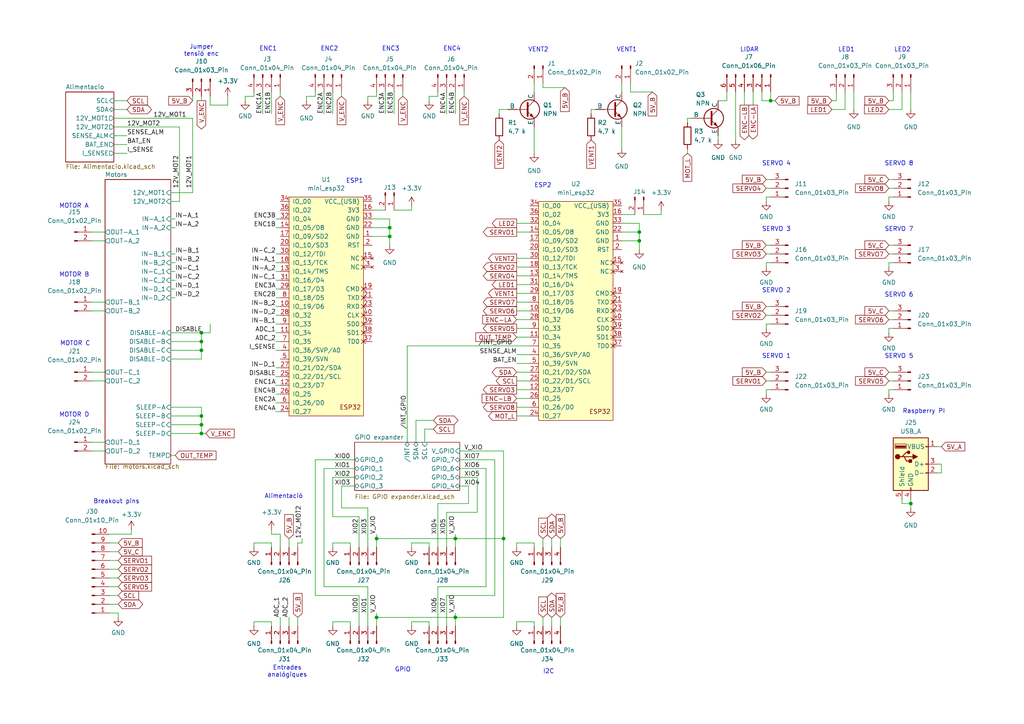
<source format=kicad_sch>
(kicad_sch (version 20231120) (generator "eeschema") (generator_version "8.0")
  (paper "A4")
  (junction (at 113.03 66.04))
  (junction (at 58.42 99.06))
  (junction (at 132.08 156.21))
  (junction (at 58.42 120.65))
  (junction (at 58.42 96.52))
  (junction (at 132.08 179.07))
  (junction (at 223.52 29.21))
  (junction (at 58.42 125.73))
  (junction (at 185.42 67.31))
  (junction (at 58.42 123.19))
  (junction (at 58.42 101.6))
  (junction (at 113.03 68.58))
  (junction (at 264.16 146.05))
  (junction (at 109.22 179.07))
  (junction (at 185.42 69.85))
  (junction (at 146.05 156.21))
  (junction (at 109.22 156.21))
  (wire (pts (xy 49.53 78.74) (xy 50.8 78.74)))
  (wire (pts (xy 180.34 64.77) (xy 185.42 64.77)))
  (wire (pts (xy 49.53 99.06) (xy 58.42 99.06)))
  (wire (pts (xy 257.81 90.17) (xy 259.08 90.17)))
  (wire (pts (xy 149.86 115.57) (xy 153.67 115.57)))
  (wire (pts (xy 215.9 26.67) (xy 215.9 30.48)))
  (wire (pts (xy 80.01 99.06) (xy 81.28 99.06)))
  (wire (pts (xy 149.86 64.77) (xy 153.67 64.77)))
  (wire (pts (xy 58.42 118.11) (xy 49.53 118.11)))
  (wire (pts (xy 149.86 97.79) (xy 153.67 97.79)))
  (wire (pts (xy 259.08 113.03) (xy 257.81 113.03)))
  (wire (pts (xy 113.03 68.58) (xy 107.95 68.58)))
  (wire (pts (xy 132.08 26.67) (xy 132.08 33.02)))
  (wire (pts (xy 58.42 125.73) (xy 58.42 123.19)))
  (wire (pts (xy 222.25 54.61) (xy 223.52 54.61)))
  (wire (pts (xy 127 170.18) (xy 127 181.61)))
  (wire (pts (xy 222.25 76.2) (xy 222.25 77.47)))
  (wire (pts (xy 171.45 31.75) (xy 171.45 33.02)))
  (wire (pts (xy 101.6 180.34) (xy 101.6 181.61)))
  (wire (pts (xy 80.01 106.68) (xy 81.28 106.68)))
  (wire (pts (xy 116.84 26.67) (xy 116.84 27.94)))
  (wire (pts (xy 191.77 60.96) (xy 191.77 62.23)))
  (wire (pts (xy 26.67 69.85) (xy 30.48 69.85)))
  (wire (pts (xy 119.38 59.69) (xy 119.38 60.96)))
  (wire (pts (xy 162.56 156.21) (xy 162.56 158.75)))
  (wire (pts (xy 109.22 27.94) (xy 109.22 26.67)))
  (wire (pts (xy 78.74 154.94) (xy 78.74 153.67)))
  (wire (pts (xy 124.46 180.34) (xy 124.46 181.61)))
  (wire (pts (xy 127 146.05) (xy 127 158.75)))
  (wire (pts (xy 26.67 87.63) (xy 30.48 87.63)))
  (wire (pts (xy 93.98 26.67) (xy 93.98 33.02)))
  (wire (pts (xy 34.29 177.8) (xy 34.29 179.07)))
  (wire (pts (xy 55.88 34.29) (xy 55.88 55.88)))
  (wire (pts (xy 125.73 124.46) (xy 123.19 124.46)))
  (wire (pts (xy 154.94 24.13) (xy 154.94 26.67)))
  (wire (pts (xy 261.62 144.78) (xy 261.62 146.05)))
  (wire (pts (xy 93.98 170.18) (xy 106.68 170.18)))
  (wire (pts (xy 157.48 181.61) (xy 157.48 179.07)))
  (wire (pts (xy 96.52 158.75) (xy 96.52 157.48)))
  (wire (pts (xy 80.01 109.22) (xy 81.28 109.22)))
  (wire (pts (xy 80.01 66.04) (xy 81.28 66.04)))
  (wire (pts (xy 107.95 63.5) (xy 113.03 63.5)))
  (wire (pts (xy 119.38 158.75) (xy 119.38 157.48)))
  (wire (pts (xy 91.44 172.72) (xy 104.14 172.72)))
  (wire (pts (xy 149.86 158.75) (xy 149.86 157.48)))
  (wire (pts (xy 261.62 26.67) (xy 261.62 31.75)))
  (wire (pts (xy 26.67 107.95) (xy 30.48 107.95)))
  (wire (pts (xy 222.25 107.95) (xy 223.52 107.95)))
  (wire (pts (xy 185.42 72.39) (xy 185.42 69.85)))
  (wire (pts (xy 55.88 55.88) (xy 49.53 55.88)))
  (wire (pts (xy 127 170.18) (xy 140.97 170.18)))
  (wire (pts (xy 220.98 29.21) (xy 223.52 29.21)))
  (wire (pts (xy 71.12 27.94) (xy 71.12 29.21)))
  (wire (pts (xy 208.28 40.64) (xy 208.28 39.37)))
  (wire (pts (xy 118.11 100.33) (xy 153.67 100.33)))
  (wire (pts (xy 154.94 36.83) (xy 154.94 44.45)))
  (wire (pts (xy 60.96 30.48) (xy 60.96 27.94)))
  (wire (pts (xy 49.53 76.2) (xy 50.8 76.2)))
  (wire (pts (xy 160.02 158.75) (xy 160.02 156.21)))
  (wire (pts (xy 80.01 116.84) (xy 81.28 116.84)))
  (wire (pts (xy 109.22 156.21) (xy 132.08 156.21)))
  (wire (pts (xy 124.46 27.94) (xy 127 27.94)))
  (wire (pts (xy 33.02 31.75) (xy 36.83 31.75)))
  (wire (pts (xy 222.25 113.03) (xy 222.25 114.3)))
  (wire (pts (xy 149.86 77.47) (xy 153.67 77.47)))
  (wire (pts (xy 133.35 130.81) (xy 146.05 130.81)))
  (wire (pts (xy 154.94 180.34) (xy 154.94 181.61)))
  (wire (pts (xy 34.29 165.1) (xy 31.75 165.1)))
  (wire (pts (xy 134.62 26.67) (xy 134.62 27.94)))
  (wire (pts (xy 123.19 124.46) (xy 123.19 128.27)))
  (wire (pts (xy 218.44 26.67) (xy 218.44 30.48)))
  (wire (pts (xy 132.08 179.07) (xy 132.08 181.61)))
  (wire (pts (xy 109.22 179.07) (xy 109.22 181.61)))
  (wire (pts (xy 222.25 52.07) (xy 223.52 52.07)))
  (wire (pts (xy 257.81 57.15) (xy 257.81 58.42)))
  (wire (pts (xy 259.08 95.25) (xy 257.81 95.25)))
  (wire (pts (xy 264.16 146.05) (xy 264.16 147.32)))
  (wire (pts (xy 26.67 110.49) (xy 30.48 110.49)))
  (wire (pts (xy 34.29 175.26) (xy 31.75 175.26)))
  (wire (pts (xy 129.54 172.72) (xy 129.54 181.61)))
  (wire (pts (xy 261.62 31.75) (xy 257.81 31.75)))
  (wire (pts (xy 199.39 34.29) (xy 199.39 35.56)))
  (wire (pts (xy 222.25 91.44) (xy 223.52 91.44)))
  (wire (pts (xy 132.08 177.8) (xy 132.08 179.07)))
  (wire (pts (xy 104.14 149.86) (xy 104.14 158.75)))
  (wire (pts (xy 118.11 100.33) (xy 118.11 128.27)))
  (wire (pts (xy 125.73 121.92) (xy 120.65 121.92)))
  (wire (pts (xy 133.35 140.97) (xy 135.89 140.97)))
  (wire (pts (xy 119.38 181.61) (xy 119.38 180.34)))
  (wire (pts (xy 99.06 26.67) (xy 99.06 27.94)))
  (wire (pts (xy 114.3 60.96) (xy 119.38 60.96)))
  (wire (pts (xy 154.94 157.48) (xy 154.94 158.75)))
  (wire (pts (xy 49.53 101.6) (xy 58.42 101.6)))
  (wire (pts (xy 33.02 36.83) (xy 52.07 36.83)))
  (wire (pts (xy 257.81 71.12) (xy 259.08 71.12)))
  (wire (pts (xy 149.86 80.01) (xy 153.67 80.01)))
  (wire (pts (xy 222.25 73.66) (xy 223.52 73.66)))
  (wire (pts (xy 247.65 31.75) (xy 247.65 26.67)))
  (wire (pts (xy 257.81 29.21) (xy 259.08 29.21)))
  (wire (pts (xy 49.53 120.65) (xy 58.42 120.65)))
  (wire (pts (xy 261.62 146.05) (xy 264.16 146.05)))
  (wire (pts (xy 185.42 69.85) (xy 180.34 69.85)))
  (wire (pts (xy 149.86 113.03) (xy 153.67 113.03)))
  (wire (pts (xy 259.08 57.15) (xy 257.81 57.15)))
  (wire (pts (xy 58.42 118.11) (xy 58.42 120.65)))
  (wire (pts (xy 257.81 107.95) (xy 259.08 107.95)))
  (wire (pts (xy 106.68 27.94) (xy 109.22 27.94)))
  (wire (pts (xy 96.52 149.86) (xy 104.14 149.86)))
  (wire (pts (xy 157.48 158.75) (xy 157.48 156.21)))
  (wire (pts (xy 132.08 156.21) (xy 132.08 158.75)))
  (wire (pts (xy 199.39 43.18) (xy 199.39 44.45)))
  (wire (pts (xy 259.08 76.2) (xy 257.81 76.2)))
  (wire (pts (xy 223.52 93.98) (xy 222.25 93.98)))
  (wire (pts (xy 180.34 67.31) (xy 185.42 67.31)))
  (wire (pts (xy 78.74 157.48) (xy 78.74 158.75)))
  (wire (pts (xy 33.02 41.91) (xy 36.83 41.91)))
  (wire (pts (xy 52.07 58.42) (xy 49.53 58.42)))
  (wire (pts (xy 146.05 179.07) (xy 146.05 156.21)))
  (wire (pts (xy 149.86 74.93) (xy 153.67 74.93)))
  (wire (pts (xy 182.88 26.67) (xy 182.88 24.13)))
  (wire (pts (xy 104.14 172.72) (xy 104.14 181.61)))
  (wire (pts (xy 96.52 180.34) (xy 101.6 180.34)))
  (wire (pts (xy 49.53 66.04) (xy 50.8 66.04)))
  (wire (pts (xy 120.65 121.92) (xy 120.65 128.27)))
  (wire (pts (xy 113.03 71.12) (xy 113.03 68.58)))
  (wire (pts (xy 210.82 29.21) (xy 208.28 29.21)))
  (wire (pts (xy 264.16 31.75) (xy 264.16 26.67)))
  (wire (pts (xy 91.44 27.94) (xy 91.44 26.67)))
  (wire (pts (xy 33.02 44.45) (xy 36.83 44.45)))
  (wire (pts (xy 124.46 157.48) (xy 124.46 158.75)))
  (wire (pts (xy 129.54 26.67) (xy 129.54 33.02)))
  (wire (pts (xy 80.01 63.5) (xy 81.28 63.5)))
  (wire (pts (xy 26.67 128.27) (xy 30.48 128.27)))
  (wire (pts (xy 49.53 73.66) (xy 50.8 73.66)))
  (wire (pts (xy 242.57 26.67) (xy 242.57 29.21)))
  (wire (pts (xy 223.52 76.2) (xy 222.25 76.2)))
  (wire (pts (xy 33.02 29.21) (xy 36.83 29.21)))
  (wire (pts (xy 180.34 36.83) (xy 180.34 43.18)))
  (wire (pts (xy 264.16 144.78) (xy 264.16 146.05)))
  (wire (pts (xy 88.9 27.94) (xy 91.44 27.94)))
  (wire (pts (xy 113.03 63.5) (xy 113.03 66.04)))
  (wire (pts (xy 102.87 138.43) (xy 96.52 138.43)))
  (wire (pts (xy 81.28 154.94) (xy 81.28 158.75)))
  (wire (pts (xy 222.25 110.49) (xy 223.52 110.49)))
  (wire (pts (xy 78.74 180.34) (xy 78.74 181.61)))
  (wire (pts (xy 223.52 57.15) (xy 222.25 57.15)))
  (wire (pts (xy 80.01 114.3) (xy 81.28 114.3)))
  (wire (pts (xy 106.68 27.94) (xy 106.68 29.21)))
  (wire (pts (xy 149.86 95.25) (xy 153.67 95.25)))
  (wire (pts (xy 80.01 93.98) (xy 81.28 93.98)))
  (wire (pts (xy 129.54 148.59) (xy 138.43 148.59)))
  (wire (pts (xy 34.29 157.48) (xy 31.75 157.48)))
  (wire (pts (xy 185.42 67.31) (xy 185.42 69.85)))
  (wire (pts (xy 149.86 90.17) (xy 153.67 90.17)))
  (wire (pts (xy 109.22 177.8) (xy 109.22 179.07)))
  (wire (pts (xy 83.82 156.21) (xy 83.82 158.75)))
  (wire (pts (xy 80.01 91.44) (xy 81.28 91.44)))
  (wire (pts (xy 34.29 160.02) (xy 31.75 160.02)))
  (wire (pts (xy 96.52 26.67) (xy 96.52 33.02)))
  (wire (pts (xy 273.05 134.62) (xy 273.05 137.16)))
  (wire (pts (xy 83.82 181.61) (xy 83.82 179.07)))
  (wire (pts (xy 49.53 96.52) (xy 58.42 96.52)))
  (wire (pts (xy 96.52 157.48) (xy 101.6 157.48)))
  (wire (pts (xy 80.01 83.82) (xy 81.28 83.82)))
  (wire (pts (xy 49.53 81.28) (xy 50.8 81.28)))
  (wire (pts (xy 185.42 64.77) (xy 185.42 67.31)))
  (wire (pts (xy 149.86 110.49) (xy 153.67 110.49)))
  (wire (pts (xy 55.88 29.21) (xy 55.88 27.94)))
  (wire (pts (xy 149.86 102.87) (xy 153.67 102.87)))
  (wire (pts (xy 80.01 73.66) (xy 81.28 73.66)))
  (wire (pts (xy 172.72 31.75) (xy 171.45 31.75)))
  (wire (pts (xy 26.67 130.81) (xy 30.48 130.81)))
  (wire (pts (xy 220.98 26.67) (xy 220.98 29.21)))
  (wire (pts (xy 271.78 134.62) (xy 273.05 134.62)))
  (wire (pts (xy 81.28 181.61) (xy 81.28 179.07)))
  (wire (pts (xy 73.66 181.61) (xy 73.66 180.34)))
  (wire (pts (xy 102.87 140.97) (xy 99.06 140.97)))
  (wire (pts (xy 180.34 62.23) (xy 184.15 62.23)))
  (wire (pts (xy 49.53 123.19) (xy 58.42 123.19)))
  (wire (pts (xy 31.75 154.94) (xy 38.1 154.94)))
  (wire (pts (xy 257.81 113.03) (xy 257.81 114.3)))
  (wire (pts (xy 113.03 66.04) (xy 113.03 68.58)))
  (wire (pts (xy 223.52 26.67) (xy 223.52 29.21)))
  (wire (pts (xy 60.96 93.98) (xy 60.96 96.52)))
  (wire (pts (xy 149.86 105.41) (xy 153.67 105.41)))
  (wire (pts (xy 80.01 96.52) (xy 81.28 96.52)))
  (wire (pts (xy 160.02 181.61) (xy 160.02 179.07)))
  (wire (pts (xy 132.08 179.07) (xy 146.05 179.07)))
  (wire (pts (xy 213.36 26.67) (xy 213.36 40.64)))
  (wire (pts (xy 186.69 62.23) (xy 191.77 62.23)))
  (wire (pts (xy 111.76 26.67) (xy 111.76 33.02)))
  (wire (pts (xy 222.25 71.12) (xy 223.52 71.12)))
  (wire (pts (xy 133.35 133.35) (xy 143.51 133.35)))
  (wire (pts (xy 135.89 140.97) (xy 135.89 146.05)))
  (wire (pts (xy 149.86 180.34) (xy 154.94 180.34)))
  (wire (pts (xy 140.97 135.89) (xy 140.97 170.18)))
  (wire (pts (xy 87.63 157.48) (xy 86.36 157.48)))
  (wire (pts (xy 257.81 76.2) (xy 257.81 77.47)))
  (wire (pts (xy 180.34 24.13) (xy 180.34 26.67)))
  (wire (pts (xy 78.74 154.94) (xy 81.28 154.94)))
  (wire (pts (xy 34.29 162.56) (xy 31.75 162.56)))
  (wire (pts (xy 99.06 140.97) (xy 99.06 147.32)))
  (wire (pts (xy 58.42 29.21) (xy 58.42 27.94)))
  (wire (pts (xy 58.42 96.52) (xy 58.42 99.06)))
  (wire (pts (xy 257.81 110.49) (xy 259.08 110.49)))
  (wire (pts (xy 257.81 92.71) (xy 259.08 92.71)))
  (wire (pts (xy 80.01 101.6) (xy 81.28 101.6)))
  (wire (pts (xy 109.22 179.07) (xy 132.08 179.07)))
  (wire (pts (xy 49.53 132.08) (xy 50.8 132.08)))
  (wire (pts (xy 149.86 67.31) (xy 153.67 67.31)))
  (wire (pts (xy 257.81 52.07) (xy 259.08 52.07)))
  (wire (pts (xy 149.86 87.63) (xy 153.67 87.63)))
  (wire (pts (xy 271.78 137.16) (xy 273.05 137.16)))
  (wire (pts (xy 80.01 76.2) (xy 81.28 76.2)))
  (wire (pts (xy 93.98 135.89) (xy 93.98 170.18)))
  (wire (pts (xy 129.54 172.72) (xy 143.51 172.72)))
  (wire (pts (xy 149.86 82.55) (xy 153.67 82.55)))
  (wire (pts (xy 26.67 90.17) (xy 30.48 90.17)))
  (wire (pts (xy 58.42 101.6) (xy 58.42 104.14)))
  (wire (pts (xy 147.32 31.75) (xy 144.78 31.75)))
  (wire (pts (xy 210.82 26.67) (xy 210.82 29.21)))
  (wire (pts (xy 71.12 27.94) (xy 73.66 27.94)))
  (wire (pts (xy 34.29 167.64) (xy 31.75 167.64)))
  (wire (pts (xy 73.66 158.75) (xy 73.66 157.48)))
  (wire (pts (xy 81.28 26.67) (xy 81.28 27.94)))
  (wire (pts (xy 135.89 146.05) (xy 127 146.05)))
  (wire (pts (xy 86.36 157.48) (xy 86.36 158.75)))
  (wire (pts (xy 124.46 27.94) (xy 124.46 29.21)))
  (wire (pts (xy 257.81 73.66) (xy 259.08 73.66)))
  (wire (pts (xy 96.52 138.43) (xy 96.52 149.86)))
  (wire (pts (xy 80.01 119.38) (xy 81.28 119.38)))
  (wire (pts (xy 93.98 135.89) (xy 102.87 135.89)))
  (wire (pts (xy 34.29 172.72) (xy 31.75 172.72)))
  (wire (pts (xy 78.74 26.67) (xy 78.74 33.02)))
  (wire (pts (xy 96.52 181.61) (xy 96.52 180.34)))
  (wire (pts (xy 76.2 26.67) (xy 76.2 33.02)))
  (wire (pts (xy 127 27.94) (xy 127 26.67)))
  (wire (pts (xy 257.81 54.61) (xy 259.08 54.61)))
  (wire (pts (xy 149.86 157.48) (xy 154.94 157.48)))
  (wire (pts (xy 138.43 138.43) (xy 138.43 148.59)))
  (wire (pts (xy 257.81 95.25) (xy 257.81 96.52)))
  (wire (pts (xy 109.22 156.21) (xy 109.22 158.75)))
  (wire (pts (xy 109.22 154.94) (xy 109.22 156.21)))
  (wire (pts (xy 99.06 147.32) (xy 106.68 147.32)))
  (wire (pts (xy 149.86 107.95) (xy 153.67 107.95)))
  (wire (pts (xy 80.01 81.28) (xy 81.28 81.28)))
  (wire (pts (xy 49.53 83.82) (xy 50.8 83.82)))
  (wire (pts (xy 91.44 133.35) (xy 102.87 133.35)))
  (wire (pts (xy 119.38 180.34) (xy 124.46 180.34)))
  (wire (pts (xy 91.44 133.35) (xy 91.44 172.72)))
  (wire (pts (xy 33.02 34.29) (xy 55.88 34.29)))
  (wire (pts (xy 259.08 26.67) (xy 259.08 29.21)))
  (wire (pts (xy 129.54 148.59) (xy 129.54 158.75)))
  (wire (pts (xy 163.83 25.4) (xy 157.48 25.4)))
  (wire (pts (xy 73.66 27.94) (xy 73.66 26.67)))
  (wire (pts (xy 223.52 29.21) (xy 224.79 29.21)))
  (wire (pts (xy 223.52 113.03) (xy 222.25 113.03)))
  (wire (pts (xy 80.01 78.74) (xy 81.28 78.74)))
  (wire (pts (xy 73.66 157.48) (xy 78.74 157.48)))
  (wire (pts (xy 189.23 26.67) (xy 182.88 26.67)))
  (wire (pts (xy 149.86 120.65) (xy 153.67 120.65)))
  (wire (pts (xy 66.04 27.94) (xy 66.04 30.48)))
  (wire (pts (xy 146.05 130.81) (xy 146.05 156.21)))
  (wire (pts (xy 149.86 92.71) (xy 153.67 92.71)))
  (wire (pts (xy 242.57 29.21) (xy 241.3 29.21)))
  (wire (pts (xy 146.05 156.21) (xy 132.08 156.21)))
  (wire (pts (xy 88.9 27.94) (xy 88.9 29.21)))
  (wire (pts (xy 245.11 26.67) (xy 245.11 31.75)))
  (wire (pts (xy 101.6 157.48) (xy 101.6 158.75)))
  (wire (pts (xy 80.01 111.76) (xy 81.28 111.76)))
  (wire (pts (xy 200.66 34.29) (xy 199.39 34.29)))
  (wire (pts (xy 106.68 170.18) (xy 106.68 181.61)))
  (wire (pts (xy 107.95 60.96) (xy 111.76 60.96)))
  (wire (pts (xy 60.96 96.52) (xy 58.42 96.52)))
  (wire (pts (xy 49.53 63.5) (xy 50.8 63.5)))
  (wire (pts (xy 73.66 180.34) (xy 78.74 180.34)))
  (wire (pts (xy 157.48 25.4) (xy 157.48 24.13)))
  (wire (pts (xy 59.69 125.73) (xy 58.42 125.73)))
  (wire (pts (xy 133.35 135.89) (xy 140.97 135.89)))
  (wire (pts (xy 162.56 179.07) (xy 162.56 181.61)))
  (wire (pts (xy 66.04 30.48) (xy 60.96 30.48)))
  (wire (pts (xy 86.36 179.07) (xy 86.36 181.61)))
  (wire (pts (xy 80.01 88.9) (xy 81.28 88.9)))
  (wire (pts (xy 52.07 36.83) (xy 52.07 58.42)))
  (wire (pts (xy 106.68 147.32) (xy 106.68 158.75)))
  (wire (pts (xy 149.86 85.09) (xy 153.67 85.09)))
  (wire (pts (xy 114.3 26.67) (xy 114.3 33.02)))
  (wire (pts (xy 119.38 157.48) (xy 124.46 157.48)))
  (wire (pts (xy 49.53 104.14) (xy 58.42 104.14)))
  (wire (pts (xy 58.42 99.06) (xy 58.42 101.6)))
  (wire (pts (xy 33.02 39.37) (xy 36.83 39.37)))
  (wire (pts (xy 144.78 31.75) (xy 144.78 33.02)))
  (wire (pts (xy 133.35 138.43) (xy 138.43 138.43)))
  (wire (pts (xy 245.11 31.75) (xy 241.3 31.75)))
  (wire (pts (xy 273.05 129.54) (xy 271.78 129.54)))
  (wire (pts (xy 38.1 153.67) (xy 38.1 154.94)))
  (wire (pts (xy 87.63 156.21) (xy 87.63 157.48)))
  (wire (pts (xy 143.51 133.35) (xy 143.51 172.72)))
  (wire (pts (xy 222.25 88.9) (xy 223.52 88.9)))
  (wire (pts (xy 26.67 67.31) (xy 30.48 67.31)))
  (wire (pts (xy 149.86 118.11) (xy 153.67 118.11)))
  (wire (pts (xy 34.29 177.8) (xy 31.75 177.8)))
  (wire (pts (xy 222.25 57.15) (xy 222.25 58.42)))
  (wire (pts (xy 149.86 181.61) (xy 149.86 180.34)))
  (wire (pts (xy 49.53 125.73) (xy 58.42 125.73)))
  (wire (pts (xy 49.53 86.36) (xy 50.8 86.36)))
  (wire (pts (xy 107.95 66.04) (xy 113.03 66.04)))
  (wire (pts (xy 80.01 86.36) (xy 81.28 86.36)))
  (wire (pts (xy 222.25 93.98) (xy 222.25 95.25)))
  (wire (pts (xy 132.08 154.94) (xy 132.08 156.21)))
  (wire (pts (xy 58.42 123.19) (xy 58.42 120.65)))
  (wire (pts (xy 34.29 170.18) (xy 31.75 170.18)))
  (text "LED2" (at 259.334 15.24 0) (effects (font (size 1.27 1.27)) (justify left bottom)))
  (text "SERVO 4" (at 220.98 48.26 0) (effects (font (size 1.27 1.27)) (justify left bottom)))
  (text "MOTOR D" (at 17.145 121.158 0) (effects (font (size 1.27 1.27)) (justify left bottom)))
  (text "ESP2" (at 154.94 54.61 0) (effects (font (size 1.27 1.27)) (justify left bottom)))
  (text "ESP1" (at 100.33 53.34 0) (effects (font (size 1.27 1.27)) (justify left bottom)))
  (text "LED1" (at 243.078 15.24 0) (effects (font (size 1.27 1.27)) (justify left bottom)))
  (text "SERVO 8" (at 256.54 48.26 0) (effects (font (size 1.27 1.27)) (justify left bottom)))
  (text "SERVO 7" (at 256.54 67.31 0) (effects (font (size 1.27 1.27)) (justify left bottom)))
  (text "GPIO" (at 116.84 194.31 0) (effects (font (size 1.27 1.27))))
  (text "SERVO 6" (at 256.54 86.36 0) (effects (font (size 1.27 1.27)) (justify left bottom)))
  (text "LIDAR" (at 214.63 15.24 0) (effects (font (size 1.27 1.27)) (justify left bottom)))
  (text "ENC3" (at 110.744 14.986 0) (effects (font (size 1.27 1.27)) (justify left bottom)))
  (text "ENC4" (at 128.524 14.986 0) (effects (font (size 1.27 1.27)) (justify left bottom)))
  (text "Entrades\nanalògiques" (at 83.312 194.818 0) (effects (font (size 1.27 1.27))))
  (text "ENC2" (at 92.964 14.986 0) (effects (font (size 1.27 1.27)) (justify left bottom)))
  (text "SERVO 1" (at 220.98 104.14 0) (effects (font (size 1.27 1.27)) (justify left bottom)))
  (text "MOTOR C" (at 17.399 100.457 0) (effects (font (size 1.27 1.27)) (justify left bottom)))
  (text "ENC1" (at 75.184 14.986 0) (effects (font (size 1.27 1.27)) (justify left bottom)))
  (text "Alimentació" (at 82.296 144.018 0) (effects (font (size 1.27 1.27))))
  (text "MOTOR B" (at 17.145 80.518 0) (effects (font (size 1.27 1.27)) (justify left bottom)))
  (text "VENT1" (at 178.816 15.24 0) (effects (font (size 1.27 1.27)) (justify left bottom)))
  (text "Raspberry PI" (at 267.97 119.38 0) (effects (font (size 1.27 1.27))))
  (text "Jumper\ntensió enc" (at 58.42 16.51 0) (effects (font (size 1.27 1.27)) (justify bottom)))
  (text "I2C" (at 157.48 195.58 0) (effects (font (size 1.27 1.27)) (justify left bottom)))
  (text "SERVO 3" (at 220.98 67.31 0) (effects (font (size 1.27 1.27)) (justify left bottom)))
  (text "MOTOR A" (at 17.145 60.579 0) (effects (font (size 1.27 1.27)) (justify left bottom)))
  (text "SERVO 2" (at 220.98 85.09 0) (effects (font (size 1.27 1.27)) (justify left bottom)))
  (text "VENT2" (at 153.162 15.24 0) (effects (font (size 1.27 1.27)) (justify left bottom)))
  (text "Breakout pins" (at 33.782 145.542 0) (effects (font (size 1.27 1.27))))
  (text "SERVO 5" (at 256.54 104.14 0) (effects (font (size 1.27 1.27)) (justify left bottom)))
  (label "XIO6" (at 134.62 135.89 0))
  (label "XIO5" (at 134.62 138.43 0))
  (label "ENC2A" (at 93.98 33.02 90))
  (label "IN-C_1" (at 80.01 81.28 180))
  (label "DISABLE" (at 80.01 109.22 180))
  (label "ENC1A" (at 76.2 33.02 90))
  (label "V_XIO" (at 132.08 154.94 90))
  (label "I_SENSE" (at 36.83 44.45 0))
  (label "XIO7" (at 129.54 177.8 90))
  (label "12V_MOT2" (at 52.07 54.61 90))
  (label "ADC_2" (at 80.01 99.06 180))
  (label "IN-B_1" (at 80.01 93.98 180))
  (label "XIO3" (at 106.68 154.94 90))
  (label "ENC1B" (at 78.74 33.02 90))
  (label "ENC3A" (at 80.01 83.82 180))
  (label "ENC4B" (at 132.08 33.02 90))
  (label "12V_MOT2" (at 36.83 36.83 0))
  (label "IN-C_1" (at 50.8 78.74 0))
  (label "V_XIO" (at 109.22 177.8 90))
  (label "IN-B_2" (at 50.8 76.2 0))
  (label "XIO1" (at 106.68 177.8 90))
  (label "BAT_EN" (at 36.83 41.91 0))
  (label "IN-A_1" (at 80.01 76.2 180))
  (label "IN-A_2" (at 50.8 66.04 0))
  (label "IN-B_1" (at 50.8 73.66 0))
  (label "XIO1" (at 101.6 135.89 180))
  (label "12V_MOT1" (at 55.88 54.61 90))
  (label "XIO0" (at 101.6 133.35 180))
  (label "ADC_1" (at 81.28 179.07 90))
  (label "IN-D_1" (at 80.01 106.68 180))
  (label "BAT_EN" (at 149.86 105.41 180))
  (label "XIO5" (at 129.54 154.94 90))
  (label "ENC2B" (at 96.52 33.02 90))
  (label "ENC3B" (at 80.01 63.5 180))
  (label "IN-D_2" (at 80.01 91.44 180))
  (label "XIO0" (at 104.14 177.8 90))
  (label "IN-A_2" (at 80.01 78.74 180))
  (label "ADC_2" (at 83.82 179.07 90))
  (label "V_XIO" (at 134.62 130.81 0))
  (label "SENSE_ALM" (at 36.83 39.37 0))
  (label "XIO7" (at 134.62 133.35 0))
  (label "XIO3" (at 101.6 140.97 180))
  (label "XIO4" (at 127 154.94 90))
  (label "ENC4B" (at 80.01 114.3 180))
  (label "ENC1A" (at 80.01 111.76 180))
  (label "IN-D_1" (at 50.8 83.82 0))
  (label "I_SENSE" (at 80.01 101.6 180))
  (label "XIO4" (at 134.62 140.97 0))
  (label "{slash}INT_GPIO" (at 118.11 124.46 90))
  (label "{slash}INT_GPIO" (at 148.59 100.33 180))
  (label "ADC_1" (at 80.01 96.52 180))
  (label "12V_MOT1" (at 44.45 34.29 0))
  (label "V_XIO" (at 109.22 154.94 90))
  (label "ENC3B" (at 114.3 33.02 90))
  (label "IN-B_2" (at 80.01 88.9 180))
  (label "ENC2A" (at 80.01 116.84 180))
  (label "ENC3A" (at 111.76 33.02 90))
  (label "ENC4A" (at 80.01 119.38 180))
  (label "12V_MOT2" (at 87.63 156.21 90))
  (label "ENC1B" (at 80.01 66.04 180))
  (label "V_XIO" (at 132.08 177.8 90))
  (label "ENC2B" (at 80.01 86.36 180))
  (label "IN-D_2" (at 50.8 86.36 0))
  (label "IN-C_2" (at 80.01 73.66 180))
  (label "XIO6" (at 127 177.8 90))
  (label "IN-A_1" (at 50.8 63.5 0))
  (label "XIO2" (at 104.14 154.94 90))
  (label "IN-C_2" (at 50.8 81.28 0))
  (label "XIO2" (at 101.6 138.43 180))
  (label "DISABLE" (at 50.8 96.52 0))
  (label "SENSE_ALM" (at 149.86 102.87 180))
  (label "ENC4A" (at 129.54 33.02 90))
  (global_label "V_ENC" (shape output) (at 58.42 29.21 270) (property "Intersheetrefs" "${INTERSHEET_REFS}" (effects (hide yes))))
  (global_label "5V_B" (shape input) (at 163.83 25.4 270) (property "Intersheetrefs" "${INTERSHEET_REFS}" (effects (hide yes))))
  (global_label "5V_C" (shape input) (at 257.81 107.95 180) (property "Intersheetrefs" "${INTERSHEET_REFS}" (effects (hide yes))))
  (global_label "5V_B" (shape input) (at 222.25 88.9 180) (property "Intersheetrefs" "${INTERSHEET_REFS}" (effects (hide yes))))
  (global_label "SERVO2" (shape input) (at 222.25 91.44 180) (property "Intersheetrefs" "${INTERSHEET_REFS}" (effects (hide yes))))
  (global_label "SDA" (shape bidirectional) (at 160.02 179.07 90) (property "Intersheetrefs" "${INTERSHEET_REFS}" (effects (hide yes))))
  (global_label "SERVO6" (shape output) (at 149.86 90.17 180) (property "Intersheetrefs" "${INTERSHEET_REFS}" (effects (hide yes))))
  (global_label "SCL" (shape input) (at 157.48 156.21 90) (property "Intersheetrefs" "${INTERSHEET_REFS}" (effects (hide yes))))
  (global_label "5V_B" (shape input) (at 83.82 156.21 90) (property "Intersheetrefs" "${INTERSHEET_REFS}" (effects (hide yes))))
  (global_label "ENC-LB" (shape output) (at 215.9 30.48 270) (property "Intersheetrefs" "${INTERSHEET_REFS}" (effects (hide yes))))
  (global_label "MOT_L" (shape output) (at 149.86 120.65 180) (property "Intersheetrefs" "${INTERSHEET_REFS}" (effects (hide yes))))
  (global_label "OUT_TEMP" (shape input) (at 50.8 132.08 0) (property "Intersheetrefs" "${INTERSHEET_REFS}" (effects (hide yes))))
  (global_label "5V_B" (shape input) (at 162.56 156.21 90) (property "Intersheetrefs" "${INTERSHEET_REFS}" (effects (hide yes))))
  (global_label "5V_B" (shape input) (at 162.56 179.07 90) (property "Intersheetrefs" "${INTERSHEET_REFS}" (effects (hide yes))))
  (global_label "SDA" (shape bidirectional) (at 34.29 175.26 0) (property "Intersheetrefs" "${INTERSHEET_REFS}" (effects (hide yes))))
  (global_label "VENT1" (shape input) (at 171.45 40.64 270) (property "Intersheetrefs" "${INTERSHEET_REFS}" (effects (hide yes))))
  (global_label "V_ENC" (shape input) (at 59.69 125.73 0) (property "Intersheetrefs" "${INTERSHEET_REFS}" (effects (hide yes))))
  (global_label "LED2" (shape input) (at 257.81 31.75 180) (property "Intersheetrefs" "${INTERSHEET_REFS}" (effects (hide yes))))
  (global_label "5V_B" (shape input) (at 189.23 26.67 270) (property "Intersheetrefs" "${INTERSHEET_REFS}" (effects (hide yes))))
  (global_label "SCL" (shape input) (at 157.48 179.07 90) (property "Intersheetrefs" "${INTERSHEET_REFS}" (effects (hide yes))))
  (global_label "V_ENC" (shape input) (at 116.84 27.94 270) (property "Intersheetrefs" "${INTERSHEET_REFS}" (effects (hide yes))))
  (global_label "SERVO7" (shape input) (at 257.81 73.66 180) (property "Intersheetrefs" "${INTERSHEET_REFS}" (effects (hide yes))))
  (global_label "5V_B" (shape input) (at 222.25 107.95 180) (property "Intersheetrefs" "${INTERSHEET_REFS}" (effects (hide yes))))
  (global_label "LED2" (shape output) (at 149.86 64.77 180) (property "Intersheetrefs" "${INTERSHEET_REFS}" (effects (hide yes))))
  (global_label "LED1" (shape input) (at 241.3 31.75 180) (property "Intersheetrefs" "${INTERSHEET_REFS}" (effects (hide yes))))
  (global_label "SERVO1" (shape input) (at 222.25 110.49 180) (property "Intersheetrefs" "${INTERSHEET_REFS}" (effects (hide yes))))
  (global_label "SERVO8" (shape input) (at 257.81 54.61 180) (property "Intersheetrefs" "${INTERSHEET_REFS}" (effects (hide yes))))
  (global_label "SERVO1" (shape output) (at 149.86 67.31 180) (property "Intersheetrefs" "${INTERSHEET_REFS}" (effects (hide yes))))
  (global_label "OUT_TEMP" (shape input) (at 149.86 97.79 180) (property "Intersheetrefs" "${INTERSHEET_REFS}" (effects (hide yes))))
  (global_label "SERVO1" (shape input) (at 34.29 162.56 0) (property "Intersheetrefs" "${INTERSHEET_REFS}" (effects (hide yes))))
  (global_label "V_ENC" (shape input) (at 81.28 27.94 270) (property "Intersheetrefs" "${INTERSHEET_REFS}" (effects (hide yes))))
  (global_label "5V_B" (shape input) (at 34.29 157.48 0) (property "Intersheetrefs" "${INTERSHEET_REFS}" (effects (hide yes))))
  (global_label "SERVO2" (shape input) (at 34.29 165.1 0) (property "Intersheetrefs" "${INTERSHEET_REFS}" (effects (hide yes))))
  (global_label "5V_C" (shape input) (at 257.81 71.12 180) (property "Intersheetrefs" "${INTERSHEET_REFS}" (effects (hide yes))))
  (global_label "5V_C" (shape input) (at 257.81 90.17 180) (property "Intersheetrefs" "${INTERSHEET_REFS}" (effects (hide yes))))
  (global_label "SERVO5" (shape output) (at 149.86 95.25 180) (property "Intersheetrefs" "${INTERSHEET_REFS}" (effects (hide yes))))
  (global_label "5V_B" (shape input) (at 86.36 179.07 90) (property "Intersheetrefs" "${INTERSHEET_REFS}" (effects (hide yes))))
  (global_label "5V_B" (shape input) (at 222.25 71.12 180) (property "Intersheetrefs" "${INTERSHEET_REFS}" (effects (hide yes))))
  (global_label "VENT2" (shape input) (at 144.78 40.64 270) (property "Intersheetrefs" "${INTERSHEET_REFS}" (effects (hide yes))))
  (global_label "SCL" (shape input) (at 36.83 29.21 0) (property "Intersheetrefs" "${INTERSHEET_REFS}" (effects (hide yes))))
  (global_label "V_ENC" (shape input) (at 134.62 27.94 270) (property "Intersheetrefs" "${INTERSHEET_REFS}" (effects (hide yes))))
  (global_label "SERVO5" (shape input) (at 34.29 170.18 0) (property "Intersheetrefs" "${INTERSHEET_REFS}" (effects (hide yes))))
  (global_label "SDA" (shape bidirectional) (at 125.73 121.92 0) (property "Intersheetrefs" "${INTERSHEET_REFS}" (effects (hide yes))))
  (global_label "5V_A" (shape input) (at 273.05 129.54 0) (property "Intersheetrefs" "${INTERSHEET_REFS}" (effects (hide yes))))
  (global_label "ENC-LA" (shape output) (at 218.44 30.48 270) (property "Intersheetrefs" "${INTERSHEET_REFS}" (effects (hide yes))))
  (global_label "LED1" (shape output) (at 149.86 82.55 180) (property "Intersheetrefs" "${INTERSHEET_REFS}" (effects (hide yes))))
  (global_label "SERVO3" (shape output) (at 149.86 113.03 180) (property "Intersheetrefs" "${INTERSHEET_REFS}" (effects (hide yes))))
  (global_label "5V_B" (shape input) (at 257.81 29.21 180) (property "Intersheetrefs" "${INTERSHEET_REFS}" (effects (hide yes))))
  (global_label "V_ENC" (shape input) (at 99.06 27.94 270) (property "Intersheetrefs" "${INTERSHEET_REFS}" (effects (hide yes))))
  (global_label "VENT1" (shape output) (at 149.86 85.09 180) (property "Intersheetrefs" "${INTERSHEET_REFS}" (effects (hide yes))))
  (global_label "SERVO6" (shape input) (at 257.81 92.71 180) (property "Intersheetrefs" "${INTERSHEET_REFS}" (effects (hide yes))))
  (global_label "ENC-LB" (shape input) (at 149.86 115.57 180) (property "Intersheetrefs" "${INTERSHEET_REFS}" (effects (hide yes))))
  (global_label "SERVO2" (shape output) (at 149.86 77.47 180) (property "Intersheetrefs" "${INTERSHEET_REFS}" (effects (hide yes))))
  (global_label "5V_B" (shape input) (at 241.3 29.21 180) (property "Intersheetrefs" "${INTERSHEET_REFS}" (effects (hide yes))))
  (global_label "SERVO3" (shape input) (at 222.25 73.66 180) (property "Intersheetrefs" "${INTERSHEET_REFS}" (effects (hide yes))))
  (global_label "SDA" (shape bidirectional) (at 160.02 156.21 90) (property "Intersheetrefs" "${INTERSHEET_REFS}" (effects (hide yes))))
  (global_label "ENC-LA" (shape input) (at 149.86 92.71 180) (property "Intersheetrefs" "${INTERSHEET_REFS}" (effects (hide yes))))
  (global_label "MOT_L" (shape input) (at 199.39 44.45 270) (property "Intersheetrefs" "${INTERSHEET_REFS}" (effects (hide yes))))
  (global_label "SCL" (shape input) (at 34.29 172.72 0) (property "Intersheetrefs" "${INTERSHEET_REFS}" (effects (hide yes))))
  (global_label "5V_B" (shape input) (at 222.25 52.07 180) (property "Intersheetrefs" "${INTERSHEET_REFS}" (effects (hide yes))))
  (global_label "SDA" (shape bidirectional) (at 36.83 31.75 0) (property "Intersheetrefs" "${INTERSHEET_REFS}" (effects (hide yes))))
  (global_label "SERVO5" (shape input) (at 257.81 110.49 180) (property "Intersheetrefs" "${INTERSHEET_REFS}" (effects (hide yes))))
  (global_label "5V_C" (shape input) (at 34.29 160.02 0) (property "Intersheetrefs" "${INTERSHEET_REFS}" (effects (hide yes))))
  (global_label "SERVO4" (shape output) (at 149.86 80.01 180) (property "Intersheetrefs" "${INTERSHEET_REFS}" (effects (hide yes))))
  (global_label "5V_C" (shape input) (at 257.81 52.07 180) (property "Intersheetrefs" "${INTERSHEET_REFS}" (effects (hide yes))))
  (global_label "SERVO4" (shape input) (at 222.25 54.61 180) (property "Intersheetrefs" "${INTERSHEET_REFS}" (effects (hide yes))))
  (global_label "SERVO7" (shape output) (at 149.86 87.63 180) (property "Intersheetrefs" "${INTERSHEET_REFS}" (effects (hide yes))))
  (global_label "SCL" (shape output) (at 149.86 110.49 180) (property "Intersheetrefs" "${INTERSHEET_REFS}" (effects (hide yes))))
  (global_label "SDA" (shape bidirectional) (at 149.86 107.95 180) (property "Intersheetrefs" "${INTERSHEET_REFS}" (effects (hide yes))))
  (global_label "VENT2" (shape output) (at 149.86 74.93 180) (property "Intersheetrefs" "${INTERSHEET_REFS}" (effects (hide yes))))
  (global_label "5V_B" (shape input) (at 55.88 29.21 180) (property "Intersheetrefs" "${INTERSHEET_REFS}" (effects (hide yes))))
  (global_label "SERVO8" (shape output) (at 149.86 118.11 180) (property "Intersheetrefs" "${INTERSHEET_REFS}" (effects (hide yes))))
  (global_label "SERVO3" (shape input) (at 34.29 167.64 0) (property "Intersheetrefs" "${INTERSHEET_REFS}" (effects (hide yes))))
  (global_label "5V_B" (shape input) (at 224.79 29.21 0) (property "Intersheetrefs" "${INTERSHEET_REFS}" (effects (hide yes))))
  (global_label "SCL" (shape input) (at 125.73 124.46 0) (property "Intersheetrefs" "${INTERSHEET_REFS}" (effects (hide yes))))
  (symbol (lib_id "Simulation_SPICE:NPN") (at 177.8 31.75 0) (unit 1)
    (property "Reference" "Q2" (at 183.515 30.48 0) (effects (justify left)))
    (property "Value" "NPN" (at 183.515 33.02 0) (effects (justify left)))
    (property "Footprint" "Package_TO_SOT_SMD:SOT-23" (effects (hide yes)))
    (property "Sim.Device" "NPN" (effects (hide yes)))
    (property "Sim.Type" "GUMMELPOON" (effects (hide yes)))
    (property "Sim.Pins" "1=C 2=B 3=E" (effects (hide yes)))
  )
  (symbol (lib_id "Device:R") (at 199.39 39.37 0) (unit 1)
    (property "Reference" "R3" (at 201.295 38.1 0) (effects (justify left)))
    (property "Value" "4,7 k" (at 201.295 40.64 0) (effects (justify left)))
    (property "Footprint" "Resistor_SMD:R_0603_1608Metric_Pad0.98x0.95mm_HandSolder" (effects (hide yes)))
  )
  (symbol (lib_id "power:GND") (at 73.66 158.75 0) (unit 1)
    (property "Reference" "#PWR027" (effects (hide yes)))
    (property "Value" "GND" (at 73.66 163.195 0))
  )
  (symbol (lib_id "power:GND") (at 257.81 96.52 0) (unit 1)
    (property "Reference" "#PWR021" (effects (hide yes)))
    (property "Value" "GND" (at 257.81 100.965 0))
  )
  (symbol (lib_id "ESP32_mini:mini_esp32") (at 93.98 55.88 0) (unit 1)
    (property "Reference" "U1" (at 94.615 52.07 0))
    (property "Value" "mini_esp32" (at 94.615 54.61 0))
    (property "Footprint" "ESP32_mini:ESP32_mini" (effects (hide yes)))
  )
  (symbol (lib_id "Connector:Conn_01x02_Pin") (at 21.59 67.31 0) (unit 1)
    (property "Reference" "J15" (at 21.59 61.468 0))
    (property "Value" "Conn_01x02_Pin" (at 21.59 64.008 0))
    (property "Footprint" "Connector_JST:JST_PH_B2B-PH-K_1x02_P2.00mm_Vertical" (effects (hide yes)))
  )
  (symbol (lib_id "Connector:Conn_01x02_Pin") (at 186.69 57.15 270) (unit 1)
    (property "Reference" "J14" (at 183.642 55.626 90) (effects (justify left)))
    (property "Value" "Conn_01x02_Pin" (effects (hide yes)))
    (property "Footprint" "Connector_PinHeader_2.54mm:PinHeader_1x02_P2.54mm_Vertical" (effects (hide yes)))
    (property "Description" "Generic connector, single row, 01x02, script generated" (effects (hide yes)))
  )
  (symbol (lib_id "power:GND") (at 213.36 40.64 0) (unit 1)
    (property "Reference" "#PWR09" (effects (hide yes)))
    (property "Value" "GND" (at 213.36 45.72 0))
  )
  (symbol (lib_id "Connector:Conn_01x02_Pin") (at 182.88 19.05 270) (unit 1)
    (property "Reference" "J2" (at 184.15 18.415 90) (effects (justify left)))
    (property "Value" "Conn_01x02_Pin" (at 184.15 20.955 90) (effects (justify left)))
    (property "Footprint" "Connector_JST:JST_PH_B2B-PH-K_1x02_P2.00mm_Vertical" (effects (hide yes)))
  )
  (symbol (lib_id "power:GND") (at 222.25 77.47 0) (unit 1)
    (property "Reference" "#PWR018" (effects (hide yes)))
    (property "Value" "GND" (at 222.25 81.915 0))
  )
  (symbol (lib_id "power:GND") (at 222.25 58.42 0) (unit 1)
    (property "Reference" "#PWR012" (effects (hide yes)))
    (property "Value" "GND" (at 222.25 62.865 0))
  )
  (symbol (lib_id "Connector:Conn_01x10_Pin") (at 26.67 167.64 0) (mirror x) (unit 1)
    (property "Reference" "J30" (at 26.67 148.336 0))
    (property "Value" "Conn_01x10_Pin" (at 26.67 150.876 0))
    (property "Footprint" "Connector_PinHeader_2.54mm:PinHeader_1x10_P2.54mm_Horizontal" (effects (hide yes)))
  )
  (symbol (lib_id "power:GND") (at 96.52 158.75 0) (unit 1)
    (property "Reference" "#PWR028" (effects (hide yes)))
    (property "Value" "GND" (at 96.52 163.195 0))
  )
  (symbol (lib_name "GND_2") (lib_id "power:GND") (at 185.42 72.39 0) (unit 1)
    (property "Reference" "#PWR017" (effects (hide yes)))
    (property "Value" "GND" (at 185.42 77.47 0))
    (property "Description" "Power symbol creates a global label with name \"GND\" , ground" (effects (hide yes)))
  )
  (symbol (lib_id "power:GND") (at 264.16 147.32 0) (unit 1)
    (property "Reference" "#PWR024" (effects (hide yes)))
    (property "Value" "GND" (at 264.16 152.4 0))
  )
  (symbol (lib_id "power:GND") (at 71.12 29.21 0) (unit 1)
    (property "Reference" "#PWR02" (effects (hide yes)))
    (property "Value" "GND" (at 71.12 33.655 0))
  )
  (symbol (lib_id "Connector:Conn_01x04_Pin") (at 127 186.69 90) (unit 1)
    (property "Reference" "J33" (at 128.27 191.135 90))
    (property "Value" "Conn_01x04_Pin" (at 128.27 188.595 90))
    (property "Footprint" "Connector_JST:JST_PH_B4B-PH-K_1x04_P2.00mm_Vertical" (effects (hide yes)))
  )
  (symbol (lib_id "Connector:Conn_01x03_Pin") (at 228.6 54.61 180) (unit 1)
    (property "Reference" "J11" (at 230.505 53.34 0) (effects (justify right)))
    (property "Value" "Conn_01x03_Pin" (at 230.505 55.88 0) (effects (justify right)))
    (property "Footprint" "Connector_JST:JST_PH_B3B-PH-K_1x03_P2.00mm_Vertical" (effects (hide yes)))
  )
  (symbol (lib_id "Connector:Conn_01x04_Pin") (at 132.08 21.59 270) (unit 1)
    (property "Reference" "J6" (at 130.81 17.145 90))
    (property "Value" "Conn_01x04_Pin" (at 130.81 19.685 90))
    (property "Footprint" "Connector_JST:JST_PH_B4B-PH-K_1x04_P2.00mm_Vertical" (effects (hide yes)))
  )
  (symbol (lib_id "Connector:USB_A") (at 264.16 134.62 0) (unit 1)
    (property "Reference" "J25" (at 264.16 122.555 0))
    (property "Value" "USB_A" (at 264.16 125.095 0))
    (property "Footprint" "Connector_USB:USB_A_Receptacle_GCT_USB1046" (effects (hide yes)))
    (property "Datasheet" " ~" (effects (hide yes)))
  )
  (symbol (lib_id "power:GND") (at 257.81 114.3 0) (unit 1)
    (property "Reference" "#PWR023" (effects (hide yes)))
    (property "Value" "GND" (at 257.81 118.745 0))
  )
  (symbol (lib_id "power:GND") (at 264.16 31.75 0) (unit 1)
    (property "Reference" "#PWR07" (effects (hide yes)))
    (property "Value" "GND" (at 264.16 36.83 0))
  )
  (symbol (lib_id "Connector:Conn_01x04_Pin") (at 104.14 163.83 90) (unit 1)
    (property "Reference" "J27" (at 105.41 168.275 90))
    (property "Value" "Conn_01x04_Pin" (at 105.41 165.735 90))
    (property "Footprint" "Connector_JST:JST_PH_B4B-PH-K_1x04_P2.00mm_Vertical" (effects (hide yes)))
  )
  (symbol (lib_name "+3.3V_2") (lib_id "power:+3.3V") (at 191.77 60.96 0) (unit 1)
    (property "Reference" "#PWR015" (effects (hide yes)))
    (property "Value" "+3.3V" (at 191.77 55.88 0))
    (property "Description" "Power symbol creates a global label with name \"+3.3V\"" (effects (hide yes)))
  )
  (symbol (lib_id "Connector:Conn_01x03_Pin") (at 228.6 91.44 180) (unit 1)
    (property "Reference" "J19" (at 230.505 90.17 0) (effects (justify right)))
    (property "Value" "Conn_01x03_Pin" (at 230.505 92.71 0) (effects (justify right)))
    (property "Footprint" "Connector_JST:JST_PH_B3B-PH-K_1x03_P2.00mm_Vertical" (effects (hide yes)))
  )
  (symbol (lib_id "Connector:Conn_01x02_Pin") (at 21.59 87.63 0) (unit 1)
    (property "Reference" "J18" (at 21.59 81.788 0))
    (property "Value" "Conn_01x02_Pin" (at 21.59 84.328 0))
    (property "Footprint" "Connector_JST:JST_PH_B2B-PH-K_1x02_P2.00mm_Vertical" (effects (hide yes)))
  )
  (symbol (lib_id "Connector:Conn_01x04_Pin") (at 78.74 21.59 270) (unit 1)
    (property "Reference" "J3" (at 77.47 17.145 90))
    (property "Value" "Conn_01x04_Pin" (at 77.47 19.685 90))
    (property "Footprint" "Connector_JST:JST_PH_B4B-PH-K_1x04_P2.00mm_Vertical" (effects (hide yes)))
  )
  (symbol (lib_id "Simulation_SPICE:NPN") (at 152.4 31.75 0) (unit 1)
    (property "Reference" "Q1" (at 157.48 30.48 0) (effects (justify left)))
    (property "Value" "NPN" (at 157.48 33.02 0) (effects (justify left)))
    (property "Footprint" "Package_TO_SOT_SMD:SOT-23" (effects (hide yes)))
    (property "Sim.Device" "NPN" (effects (hide yes)))
    (property "Sim.Type" "GUMMELPOON" (effects (hide yes)))
    (property "Sim.Pins" "1=C 2=B 3=E" (effects (hide yes)))
  )
  (symbol (lib_id "power:GND") (at 106.68 29.21 0) (unit 1)
    (property "Reference" "#PWR04" (effects (hide yes)))
    (property "Value" "GND" (at 106.68 33.655 0))
  )
  (symbol (lib_id "Connector:Conn_01x02_Pin") (at 21.59 107.95 0) (unit 1)
    (property "Reference" "J21" (at 21.59 101.854 0))
    (property "Value" "Conn_01x02_Pin" (at 21.59 104.394 0))
    (property "Footprint" "Connector_JST:JST_PH_B2B-PH-K_1x02_P2.00mm_Vertical" (effects (hide yes)))
  )
  (symbol (lib_id "Connector:Conn_01x04_Pin") (at 81.28 163.83 90) (unit 1)
    (property "Reference" "J26" (at 82.55 168.275 90))
    (property "Value" "Conn_01x04_Pin" (at 82.55 165.735 90))
    (property "Footprint" "Connector_JST:JST_PH_B4B-PH-K_1x04_P2.00mm_Vertical" (effects (hide yes)))
  )
  (symbol (lib_id "Connector:Conn_01x03_Pin") (at 228.6 73.66 180) (unit 1)
    (property "Reference" "J16" (at 230.505 72.39 0) (effects (justify right)))
    (property "Value" "Conn_01x03_Pin" (at 230.505 74.93 0) (effects (justify right)))
    (property "Footprint" "Connector_JST:JST_PH_B3B-PH-K_1x03_P2.00mm_Vertical" (effects (hide yes)))
  )
  (symbol (lib_id "power:GND") (at 247.65 31.75 0) (unit 1)
    (property "Reference" "#PWR06" (effects (hide yes)))
    (property "Value" "GND" (at 247.65 36.83 0))
  )
  (symbol (lib_id "Connector:Conn_01x04_Pin") (at 104.14 186.69 90) (unit 1)
    (property "Reference" "J32" (at 105.41 191.135 90))
    (property "Value" "Conn_01x04_Pin" (at 105.41 188.595 90))
    (property "Footprint" "Connector_JST:JST_PH_B4B-PH-K_1x04_P2.00mm_Vertical" (effects (hide yes)))
  )
  (symbol (lib_id "Connector:Conn_01x03_Pin") (at 264.16 54.61 180) (unit 1)
    (property "Reference" "J12" (at 266.065 53.34 0) (effects (justify right)))
    (property "Value" "Conn_01x03_Pin" (at 266.065 55.88 0) (effects (justify right)))
    (property "Footprint" "Connector_JST:JST_PH_B3B-PH-K_1x03_P2.00mm_Vertical" (effects (hide yes)))
  )
  (symbol (lib_id "Connector:Conn_01x04_Pin") (at 157.48 186.69 90) (unit 1)
    (property "Reference" "J34" (at 158.75 191.135 90))
    (property "Value" "Conn_01x04_Pin" (at 158.75 188.595 90))
    (property "Footprint" "Connector_JST:JST_PH_B4B-PH-K_1x04_P2.00mm_Vertical" (effects (hide yes)))
  )
  (symbol (lib_id "Simulation_SPICE:NPN") (at 205.74 34.29 0) (unit 1)
    (property "Reference" "Q3" (at 201.803 27.432 0) (effects (justify left)))
    (property "Value" "NPN" (at 201.803 29.972 0) (effects (justify left)))
    (property "Footprint" "Package_TO_SOT_SMD:SOT-23" (effects (hide yes)))
    (property "Sim.Device" "NPN" (effects (hide yes)))
    (property "Sim.Type" "GUMMELPOON" (effects (hide yes)))
    (property "Sim.Pins" "1=C 2=B 3=E" (effects (hide yes)))
  )
  (symbol (lib_name "GND_3") (lib_id "power:GND") (at 119.38 181.61 0) (unit 1)
    (property "Reference" "#PWR034" (effects (hide yes)))
    (property "Value" "GND" (at 119.38 186.69 0))
    (property "Description" "Power symbol creates a global label with name \"GND\" , ground" (effects (hide yes)))
  )
  (symbol (lib_id "power:GND") (at 34.29 179.07 0) (unit 1)
    (property "Reference" "#PWR031" (effects (hide yes)))
    (property "Value" "GND" (at 34.29 183.515 0))
  )
  (symbol (lib_id "Connector:Conn_01x06_Pin") (at 218.44 21.59 270) (unit 1)
    (property "Reference" "J7" (at 217.17 16.51 90))
    (property "Value" "Conn_01x06_Pin" (at 217.17 19.05 90))
    (property "Footprint" "Connector_JST:JST_PH_B6B-PH-K_1x06_P2.00mm_Vertical" (effects (hide yes)))
  )
  (symbol (lib_id "power:GND") (at 149.86 158.75 0) (unit 1)
    (property "Reference" "#PWR030" (effects (hide yes)))
    (property "Value" "GND" (at 149.86 163.195 0))
  )
  (symbol (lib_id "power:GND") (at 257.81 77.47 0) (unit 1)
    (property "Reference" "#PWR019" (effects (hide yes)))
    (property "Value" "GND" (at 257.81 81.915 0))
  )
  (symbol (lib_id "power:GND") (at 222.25 114.3 0) (unit 1)
    (property "Reference" "#PWR022" (effects (hide yes)))
    (property "Value" "GND" (at 222.25 118.745 0))
  )
  (symbol (lib_id "power:GND") (at 222.25 95.25 0) (unit 1)
    (property "Reference" "#PWR020" (effects (hide yes)))
    (property "Value" "GND" (at 222.25 99.695 0))
  )
  (symbol (lib_id "Connector:Conn_01x02_Pin") (at 157.48 19.05 270) (unit 1)
    (property "Reference" "J1" (at 158.75 18.415 90) (effects (justify left)))
    (property "Value" "Conn_01x02_Pin" (at 158.75 20.955 90) (effects (justify left)))
    (property "Footprint" "Connector_JST:JST_PH_B2B-PH-K_1x02_P2.00mm_Vertical" (effects (hide yes)))
  )
  (symbol (lib_id "power:GND") (at 257.81 58.42 0) (unit 1)
    (property "Reference" "#PWR013" (effects (hide yes)))
    (property "Value" "GND" (at 257.81 62.865 0))
  )
  (symbol (lib_id "power:GND") (at 154.94 44.45 0) (unit 1)
    (property "Reference" "#PWR011" (effects (hide yes)))
    (property "Value" "GND" (at 154.94 49.53 0))
  )
  (symbol (lib_id "Connector:Conn_01x03_Pin") (at 58.42 22.86 270) (unit 1)
    (property "Reference" "J10" (at 58.42 17.78 90))
    (property "Value" "Conn_01x03_Pin" (at 58.42 20.32 90))
    (property "Footprint" "Connector_PinHeader_2.54mm:PinHeader_1x03_P2.54mm_Vertical" (effects (hide yes)))
    (property "Description" "Generic connector, single row, 01x03, script generated" (effects (hide yes)))
  )
  (symbol (lib_id "Connector:Conn_01x04_Pin") (at 114.3 21.59 270) (unit 1)
    (property "Reference" "J5" (at 113.03 17.145 90))
    (property "Value" "Conn_01x04_Pin" (at 113.03 19.685 90))
    (property "Footprint" "Connector_JST:JST_PH_B4B-PH-K_1x04_P2.00mm_Vertical" (effects (hide yes)))
  )
  (symbol (lib_name "+3.3V_2") (lib_id "power:+3.3V") (at 119.38 59.69 0) (unit 1)
    (property "Reference" "#PWR014" (effects (hide yes)))
    (property "Value" "+3.3V" (at 119.38 54.61 0))
    (property "Description" "Power symbol creates a global label with name \"+3.3V\"" (effects (hide yes)))
  )
  (symbol (lib_id "Connector:Conn_01x03_Pin") (at 261.62 21.59 270) (unit 1)
    (property "Reference" "J9" (at 261.62 16.51 90))
    (property "Value" "Conn_01x03_Pin" (at 261.62 19.05 90))
    (property "Footprint" "Connector_JST:JST_PH_B3B-PH-K_1x03_P2.00mm_Vertical" (effects (hide yes)))
  )
  (symbol (lib_name "+3.3V_1") (lib_id "power:+3.3V") (at 78.74 153.67 0) (unit 1)
    (property "Reference" "#PWR026" (effects (hide yes)))
    (property "Value" "+3.3V" (at 78.74 148.59 0))
    (property "Description" "Power symbol creates a global label with name \"+3.3V\"" (effects (hide yes)))
  )
  (symbol (lib_name "GND_3") (lib_id "power:GND") (at 96.52 181.61 0) (unit 1)
    (property "Reference" "#PWR033" (effects (hide yes)))
    (property "Value" "GND" (at 96.52 186.69 0))
    (property "Description" "Power symbol creates a global label with name \"GND\" , ground" (effects (hide yes)))
  )
  (symbol (lib_id "Device:R") (at 171.45 36.83 0) (unit 1)
    (property "Reference" "R2" (at 173.355 35.56 0) (effects (justify left)))
    (property "Value" "4,7 k" (at 173.355 38.1 0) (effects (justify left)))
    (property "Footprint" "Resistor_SMD:R_0603_1608Metric_Pad0.98x0.95mm_HandSolder" (effects (hide yes)))
  )
  (symbol (lib_id "Connector:Conn_01x02_Pin") (at 21.59 128.27 0) (unit 1)
    (property "Reference" "J24" (at 21.59 122.428 0))
    (property "Value" "Conn_01x02_Pin" (at 21.59 124.968 0))
    (property "Footprint" "Connector_JST:JST_PH_B2B-PH-K_1x02_P2.00mm_Vertical" (effects (hide yes)))
  )
  (symbol (lib_id "power:GND") (at 88.9 29.21 0) (unit 1)
    (property "Reference" "#PWR03" (effects (hide yes)))
    (property "Value" "GND" (at 88.9 34.29 0))
  )
  (symbol (lib_id "power:+3.3V") (at 66.04 27.94 0) (unit 1)
    (property "Reference" "#PWR01" (effects (hide yes)))
    (property "Value" "+3.3V" (at 66.04 23.495 0))
  )
  (symbol (lib_id "power:GND") (at 119.38 158.75 0) (unit 1)
    (property "Reference" "#PWR029" (effects (hide yes)))
    (property "Value" "GND" (at 119.38 163.195 0))
  )
  (symbol (lib_id "Connector:Conn_01x04_Pin") (at 96.52 21.59 270) (unit 1)
    (property "Reference" "J4" (at 95.25 17.145 90))
    (property "Value" "Conn_01x04_Pin" (at 95.25 19.685 90))
    (property "Footprint" "Connector_JST:JST_PH_B4B-PH-K_1x04_P2.00mm_Vertical" (effects (hide yes)))
  )
  (symbol (lib_id "Connector:Conn_01x03_Pin") (at 245.11 21.59 270) (unit 1)
    (property "Reference" "J8" (at 245.11 16.51 90))
    (property "Value" "Conn_01x03_Pin" (at 245.11 19.05 90))
    (property "Footprint" "Connector_JST:JST_PH_B3B-PH-K_1x03_P2.00mm_Vertical" (effects (hide yes)))
  )
  (symbol (lib_name "GND_2") (lib_id "power:GND") (at 113.03 71.12 0) (unit 1)
    (property "Reference" "#PWR016" (effects (hide yes)))
    (property "Value" "GND" (at 113.03 76.2 0))
    (property "Description" "Power symbol creates a global label with name \"GND\" , ground" (effects (hide yes)))
  )
  (symbol (lib_name "GND_1") (lib_id "power:GND") (at 208.28 40.64 0) (unit 1)
    (property "Reference" "#PWR08" (effects (hide yes)))
    (property "Value" "GND" (at 208.28 45.72 0))
    (property "Description" "Power symbol creates a global label with name \"GND\" , ground" (effects (hide yes)))
  )
  (symbol (lib_id "power:+3.3V") (at 38.1 153.67 0) (unit 1)
    (property "Reference" "#PWR025" (effects (hide yes)))
    (property "Value" "+3.3V" (at 38.1 149.225 0))
  )
  (symbol (lib_id "Connector:Conn_01x03_Pin") (at 264.16 92.71 180) (unit 1)
    (property "Reference" "J20" (at 266.065 91.44 0) (effects (justify right)))
    (property "Value" "Conn_01x03_Pin" (at 266.065 93.98 0) (effects (justify right)))
    (property "Footprint" "Connector_JST:JST_PH_B3B-PH-K_1x03_P2.00mm_Vertical" (effects (hide yes)))
  )
  (symbol (lib_id "Connector:Conn_01x02_Pin") (at 114.3 55.88 270) (unit 1)
    (property "Reference" "J13" (at 111.252 54.356 90) (effects (justify left)))
    (property "Value" "Conn_01x02_Pin" (effects (hide yes)))
    (property "Footprint" "Connector_PinHeader_2.54mm:PinHeader_1x02_P2.54mm_Vertical" (effects (hide yes)))
    (property "Description" "Generic connector, single row, 01x02, script generated" (effects (hide yes)))
  )
  (symbol (lib_id "Device:R") (at 144.78 36.83 0) (unit 1)
    (property "Reference" "R1" (at 147.32 35.56 0) (effects (justify left)))
    (property "Value" "4,7 k" (at 147.32 38.1 0) (effects (justify left)))
    (property "Footprint" "Resistor_SMD:R_0603_1608Metric_Pad0.98x0.95mm_HandSolder" (effects (hide yes)))
  )
  (symbol (lib_name "GND_3") (lib_id "power:GND") (at 73.66 181.61 0) (unit 1)
    (property "Reference" "#PWR032" (effects (hide yes)))
    (property "Value" "GND" (at 73.66 186.69 0))
    (property "Description" "Power symbol creates a global label with name \"GND\" , ground" (effects (hide yes)))
  )
  (symbol (lib_id "Connector:Conn_01x04_Pin") (at 157.48 163.83 90) (unit 1)
    (property "Reference" "J29" (at 158.75 168.275 90))
    (property "Value" "Conn_01x04_Pin" (at 158.75 165.735 90))
    (property "Footprint" "Connector_JST:JST_PH_B4B-PH-K_1x04_P2.00mm_Vertical" (effects (hide yes)))
  )
  (symbol (lib_id "power:GND") (at 180.34 43.18 0) (unit 1)
    (property "Reference" "#PWR010" (effects (hide yes)))
    (property "Value" "GND" (at 180.34 48.26 0))
  )
  (symbol (lib_id "power:GND") (at 124.46 29.21 0) (unit 1)
    (property "Reference" "#PWR05" (effects (hide yes)))
    (property "Value" "GND" (at 124.46 33.655 0))
  )
  (symbol (lib_id "Connector:Conn_01x04_Pin") (at 81.28 186.69 90) (unit 1)
    (property "Reference" "J31" (at 82.55 191.135 90))
    (property "Value" "Conn_01x04_Pin" (at 82.55 188.595 90))
    (property "Footprint" "Connector_JST:JST_PH_B4B-PH-K_1x04_P2.00mm_Vertical" (effects (hide yes)))
  )
  (symbol (lib_id "ESP32_mini:mini_esp32") (at 166.37 57.15 0) (unit 1)
    (property "Reference" "U2" (at 167.005 53.34 0))
    (property "Value" "mini_esp32" (at 167.005 55.88 0))
    (property "Footprint" "ESP32_mini:ESP32_mini" (effects (hide yes)))
  )
  (symbol (lib_id "Connector:Conn_01x03_Pin") (at 228.6 110.49 180) (unit 1)
    (property "Reference" "J22" (at 230.505 109.22 0) (effects (justify right)))
    (property "Value" "Conn_01x03_Pin" (at 230.505 111.76 0) (effects (justify right)))
    (property "Footprint" "Connector_JST:JST_PH_B3B-PH-K_1x03_P2.00mm_Vertical" (effects (hide yes)))
  )
  (symbol (lib_name "GND_3") (lib_id "power:GND") (at 149.86 181.61 0) (unit 1)
    (property "Reference" "#PWR035" (effects (hide yes)))
    (property "Value" "GND" (at 149.86 186.69 0))
    (property "Description" "Power symbol creates a global label with name \"GND\" , ground" (effects (hide yes)))
  )
  (symbol (lib_id "Connector:Conn_01x04_Pin") (at 127 163.83 90) (unit 1)
    (property "Reference" "J28" (at 128.27 168.275 90))
    (property "Value" "Conn_01x04_Pin" (at 128.27 165.735 90))
    (property "Footprint" "Connector_JST:JST_PH_B4B-PH-K_1x04_P2.00mm_Vertical" (effects (hide yes)))
  )
  (symbol (lib_id "Connector:Conn_01x03_Pin") (at 264.16 110.49 180) (unit 1)
    (property "Reference" "J23" (at 266.065 109.22 0) (effects (justify right)))
    (property "Value" "Conn_01x03_Pin" (at 266.065 111.76 0) (effects (justify right)))
    (property "Footprint" "Connector_JST:JST_PH_B3B-PH-K_1x03_P2.00mm_Vertical" (effects (hide yes)))
  )
  (symbol (lib_id "Connector:Conn_01x03_Pin") (at 264.16 73.66 180) (unit 1)
    (property "Reference" "J17" (at 266.065 72.39 0) (effects (justify right)))
    (property "Value" "Conn_01x03_Pin" (at 266.065 74.93 0) (effects (justify right)))
    (property "Footprint" "Connector_JST:JST_PH_B3B-PH-K_1x03_P2.00mm_Vertical" (effects (hide yes)))
  )
  (sheet (at 102.87 128.27) (size 30.48 13.97) (stroke (width 0.1524))
    (property "Sheetname" "GPIO expander" (at 102.87 127.5584 0) (effects (justify left bottom)))
    (property "Sheetfile" "GPIO expander.kicad_sch" (at 102.87 143.3326 0) (effects (justify left top)))
    (pin "GPIO_6" bidirectional (at 133.35 135.89 0))
    (pin "GPIO_7" bidirectional (at 133.35 133.35 0))
    (pin "SDA" bidirectional (at 120.65 128.27 90))
    (pin "SCL" input (at 123.19 128.27 90))
    (pin "V_GPIO" input (at 133.35 130.81 0))
    (pin "GPIO_2" bidirectional (at 102.87 138.43 180))
    (pin "GPIO_0" bidirectional (at 102.87 133.35 180))
    (pin "GPIO_1" bidirectional (at 102.87 135.89 180))
    (pin "GPIO_5" bidirectional (at 133.35 138.43 0))
    (pin "GPIO_4" bidirectional (at 133.35 140.97 0))
    (pin "GPIO_3" bidirectional (at 102.87 140.97 180))
    (pin "{slash}INT" bidirectional (at 118.11 128.27 90))
  )
  (sheet (at 30.48 52.07) (size 19.05 82.55) (stroke (width 0.1524))
    (property "Sheetname" "Motors" (at 30.48 51.3584 0) (effects (justify left bottom)))
    (property "Sheetfile" "motors.kicad_sch" (at 30.48 134.5696 0) (effects (justify left top)))
    (pin "TEMP" output (at 49.53 132.08 0))
    (pin "DISABLE-B" input (at 49.53 99.06 0))
    (pin "SLEEP-B" input (at 49.53 120.65 0))
    (pin "IN-B_1" input (at 49.53 73.66 0))
    (pin "IN-B_2" input (at 49.53 76.2 0))
    (pin "SLEEP-A" input (at 49.53 118.11 0))
    (pin "IN-A_2" input (at 49.53 66.04 0))
    (pin "IN-A_1" input (at 49.53 63.5 0))
    (pin "DISABLE-A" input (at 49.53 96.52 0))
    (pin "OUT-B_2" output (at 30.48 90.17 180))
    (pin "OUT-B_1" output (at 30.48 87.63 180))
    (pin "OUT-C_2" output (at 30.48 110.49 180))
    (pin "OUT-C_1" output (at 30.48 107.95 180))
    (pin "OUT-A_1" output (at 30.48 67.31 180))
    (pin "OUT-A_2" output (at 30.48 69.85 180))
    (pin "IN-C_1" input (at 49.53 78.74 0))
    (pin "IN-C_2" input (at 49.53 81.28 0))
    (pin "DISABLE-C" input (at 49.53 101.6 0))
    (pin "SLEEP-C" input (at 49.53 123.19 0))
    (pin "OUT-D_2" output (at 30.48 130.81 180))
    (pin "OUT-D_1" output (at 30.48 128.27 180))
    (pin "IN-D_1" input (at 49.53 83.82 0))
    (pin "IN-D_2" input (at 49.53 86.36 0))
    (pin "DISABLE-D" input (at 49.53 104.14 0))
    (pin "SLEEP-D" input (at 49.53 125.73 0))
    (pin "12V_MOT2" input (at 49.53 58.42 0))
    (pin "12V_MOT1" input (at 49.53 55.88 0))
  )
  (sheet (at 19.05 26.67) (size 13.97 20.32) (stroke (width 0.1524))
    (property "Sheetname" "Alimentacio" (at 19.05 25.9584 0) (effects (justify left bottom)))
    (property "Sheetfile" "Alimentacio.kicad_sch" (at 19.05 47.5746 0) (effects (justify left top)))
    (pin "SCL" input (at 33.02 29.21 0))
    (pin "SDA" bidirectional (at 33.02 31.75 0))
    (pin "12V_MOT1" output (at 33.02 34.29 0))
    (pin "12V_MOT2" output (at 33.02 36.83 0))
    (pin "SENSE_ALM" input (at 33.02 39.37 0))
    (pin "BAT_EN" output (at 33.02 41.91 0))
    (pin "I_SENSE" output (at 33.02 44.45 0))
  )
)
</source>
